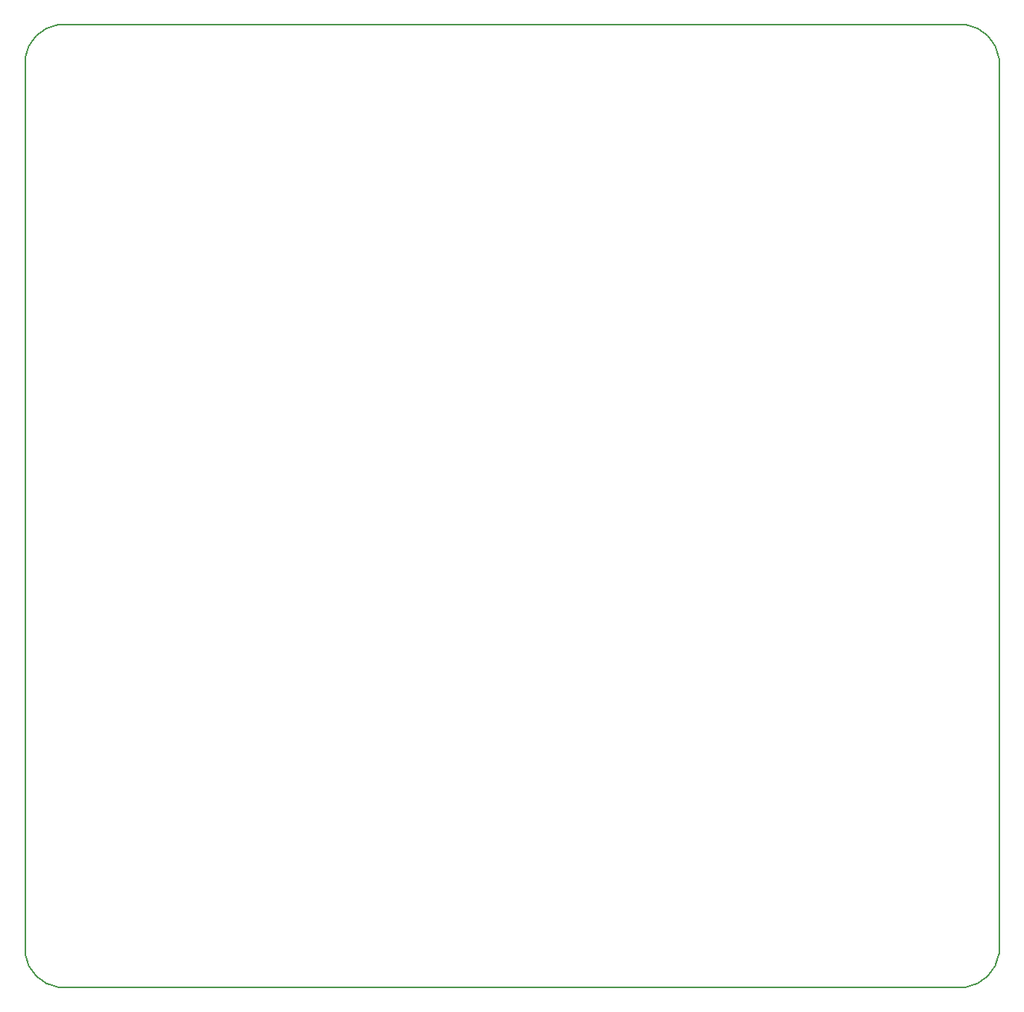
<source format=gko>
G04 DipTrace 3.3.0.0*
G04 uElements22_02.GKO*
%MOIN*%
G04 #@! TF.FileFunction,Profile*
G04 #@! TF.Part,Single*
%ADD11C,0.005512*%
%FSLAX26Y26*%
G04*
G70*
G90*
G75*
G01*
G04 BoardOutline*
%LPD*%
X394000Y544000D2*
D11*
G03X544000Y394000I175000J25000D01*
G01*
X4594000D1*
G03X4744000Y544000I-25000J175000D01*
G01*
Y4544000D1*
G03X4594000Y4694000I-175000J-25000D01*
G01*
X544000D1*
G03X394000Y4544000I25000J-175000D01*
G01*
Y544000D1*
M02*

</source>
